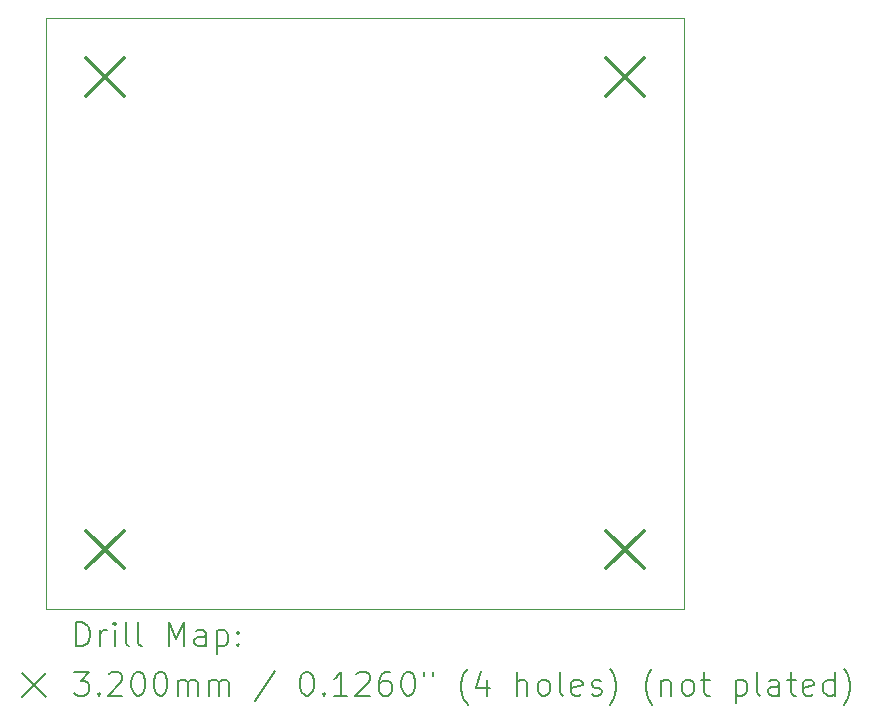
<source format=gbr>
%TF.GenerationSoftware,KiCad,Pcbnew,7.0.5*%
%TF.CreationDate,2024-08-02T13:19:41+02:00*%
%TF.ProjectId,NullModemAdapter,4e756c6c-4d6f-4646-956d-416461707465,rev?*%
%TF.SameCoordinates,Original*%
%TF.FileFunction,Drillmap*%
%TF.FilePolarity,Positive*%
%FSLAX45Y45*%
G04 Gerber Fmt 4.5, Leading zero omitted, Abs format (unit mm)*
G04 Created by KiCad (PCBNEW 7.0.5) date 2024-08-02 13:19:41*
%MOMM*%
%LPD*%
G01*
G04 APERTURE LIST*
%ADD10C,0.100000*%
%ADD11C,0.200000*%
%ADD12C,0.320000*%
G04 APERTURE END LIST*
D10*
X6000000Y-6000000D02*
X11400000Y-6000000D01*
X11400000Y-11000000D01*
X6000000Y-11000000D01*
X6000000Y-6000000D01*
D11*
D12*
X6340000Y-6340000D02*
X6660000Y-6660000D01*
X6660000Y-6340000D02*
X6340000Y-6660000D01*
X6340000Y-10340000D02*
X6660000Y-10660000D01*
X6660000Y-10340000D02*
X6340000Y-10660000D01*
X10740000Y-6340000D02*
X11060000Y-6660000D01*
X11060000Y-6340000D02*
X10740000Y-6660000D01*
X10740000Y-10340000D02*
X11060000Y-10660000D01*
X11060000Y-10340000D02*
X10740000Y-10660000D01*
D11*
X6255777Y-11316484D02*
X6255777Y-11116484D01*
X6255777Y-11116484D02*
X6303396Y-11116484D01*
X6303396Y-11116484D02*
X6331967Y-11126008D01*
X6331967Y-11126008D02*
X6351015Y-11145055D01*
X6351015Y-11145055D02*
X6360539Y-11164103D01*
X6360539Y-11164103D02*
X6370062Y-11202198D01*
X6370062Y-11202198D02*
X6370062Y-11230769D01*
X6370062Y-11230769D02*
X6360539Y-11268865D01*
X6360539Y-11268865D02*
X6351015Y-11287912D01*
X6351015Y-11287912D02*
X6331967Y-11306960D01*
X6331967Y-11306960D02*
X6303396Y-11316484D01*
X6303396Y-11316484D02*
X6255777Y-11316484D01*
X6455777Y-11316484D02*
X6455777Y-11183150D01*
X6455777Y-11221246D02*
X6465301Y-11202198D01*
X6465301Y-11202198D02*
X6474824Y-11192674D01*
X6474824Y-11192674D02*
X6493872Y-11183150D01*
X6493872Y-11183150D02*
X6512920Y-11183150D01*
X6579586Y-11316484D02*
X6579586Y-11183150D01*
X6579586Y-11116484D02*
X6570062Y-11126008D01*
X6570062Y-11126008D02*
X6579586Y-11135531D01*
X6579586Y-11135531D02*
X6589110Y-11126008D01*
X6589110Y-11126008D02*
X6579586Y-11116484D01*
X6579586Y-11116484D02*
X6579586Y-11135531D01*
X6703396Y-11316484D02*
X6684348Y-11306960D01*
X6684348Y-11306960D02*
X6674824Y-11287912D01*
X6674824Y-11287912D02*
X6674824Y-11116484D01*
X6808158Y-11316484D02*
X6789110Y-11306960D01*
X6789110Y-11306960D02*
X6779586Y-11287912D01*
X6779586Y-11287912D02*
X6779586Y-11116484D01*
X7036729Y-11316484D02*
X7036729Y-11116484D01*
X7036729Y-11116484D02*
X7103396Y-11259341D01*
X7103396Y-11259341D02*
X7170062Y-11116484D01*
X7170062Y-11116484D02*
X7170062Y-11316484D01*
X7351015Y-11316484D02*
X7351015Y-11211722D01*
X7351015Y-11211722D02*
X7341491Y-11192674D01*
X7341491Y-11192674D02*
X7322443Y-11183150D01*
X7322443Y-11183150D02*
X7284348Y-11183150D01*
X7284348Y-11183150D02*
X7265301Y-11192674D01*
X7351015Y-11306960D02*
X7331967Y-11316484D01*
X7331967Y-11316484D02*
X7284348Y-11316484D01*
X7284348Y-11316484D02*
X7265301Y-11306960D01*
X7265301Y-11306960D02*
X7255777Y-11287912D01*
X7255777Y-11287912D02*
X7255777Y-11268865D01*
X7255777Y-11268865D02*
X7265301Y-11249817D01*
X7265301Y-11249817D02*
X7284348Y-11240293D01*
X7284348Y-11240293D02*
X7331967Y-11240293D01*
X7331967Y-11240293D02*
X7351015Y-11230769D01*
X7446253Y-11183150D02*
X7446253Y-11383150D01*
X7446253Y-11192674D02*
X7465301Y-11183150D01*
X7465301Y-11183150D02*
X7503396Y-11183150D01*
X7503396Y-11183150D02*
X7522443Y-11192674D01*
X7522443Y-11192674D02*
X7531967Y-11202198D01*
X7531967Y-11202198D02*
X7541491Y-11221246D01*
X7541491Y-11221246D02*
X7541491Y-11278388D01*
X7541491Y-11278388D02*
X7531967Y-11297436D01*
X7531967Y-11297436D02*
X7522443Y-11306960D01*
X7522443Y-11306960D02*
X7503396Y-11316484D01*
X7503396Y-11316484D02*
X7465301Y-11316484D01*
X7465301Y-11316484D02*
X7446253Y-11306960D01*
X7627205Y-11297436D02*
X7636729Y-11306960D01*
X7636729Y-11306960D02*
X7627205Y-11316484D01*
X7627205Y-11316484D02*
X7617682Y-11306960D01*
X7617682Y-11306960D02*
X7627205Y-11297436D01*
X7627205Y-11297436D02*
X7627205Y-11316484D01*
X7627205Y-11192674D02*
X7636729Y-11202198D01*
X7636729Y-11202198D02*
X7627205Y-11211722D01*
X7627205Y-11211722D02*
X7617682Y-11202198D01*
X7617682Y-11202198D02*
X7627205Y-11192674D01*
X7627205Y-11192674D02*
X7627205Y-11211722D01*
X5795000Y-11545000D02*
X5995000Y-11745000D01*
X5995000Y-11545000D02*
X5795000Y-11745000D01*
X6236729Y-11536484D02*
X6360539Y-11536484D01*
X6360539Y-11536484D02*
X6293872Y-11612674D01*
X6293872Y-11612674D02*
X6322443Y-11612674D01*
X6322443Y-11612674D02*
X6341491Y-11622198D01*
X6341491Y-11622198D02*
X6351015Y-11631722D01*
X6351015Y-11631722D02*
X6360539Y-11650769D01*
X6360539Y-11650769D02*
X6360539Y-11698388D01*
X6360539Y-11698388D02*
X6351015Y-11717436D01*
X6351015Y-11717436D02*
X6341491Y-11726960D01*
X6341491Y-11726960D02*
X6322443Y-11736484D01*
X6322443Y-11736484D02*
X6265301Y-11736484D01*
X6265301Y-11736484D02*
X6246253Y-11726960D01*
X6246253Y-11726960D02*
X6236729Y-11717436D01*
X6446253Y-11717436D02*
X6455777Y-11726960D01*
X6455777Y-11726960D02*
X6446253Y-11736484D01*
X6446253Y-11736484D02*
X6436729Y-11726960D01*
X6436729Y-11726960D02*
X6446253Y-11717436D01*
X6446253Y-11717436D02*
X6446253Y-11736484D01*
X6531967Y-11555531D02*
X6541491Y-11546008D01*
X6541491Y-11546008D02*
X6560539Y-11536484D01*
X6560539Y-11536484D02*
X6608158Y-11536484D01*
X6608158Y-11536484D02*
X6627205Y-11546008D01*
X6627205Y-11546008D02*
X6636729Y-11555531D01*
X6636729Y-11555531D02*
X6646253Y-11574579D01*
X6646253Y-11574579D02*
X6646253Y-11593627D01*
X6646253Y-11593627D02*
X6636729Y-11622198D01*
X6636729Y-11622198D02*
X6522443Y-11736484D01*
X6522443Y-11736484D02*
X6646253Y-11736484D01*
X6770062Y-11536484D02*
X6789110Y-11536484D01*
X6789110Y-11536484D02*
X6808158Y-11546008D01*
X6808158Y-11546008D02*
X6817682Y-11555531D01*
X6817682Y-11555531D02*
X6827205Y-11574579D01*
X6827205Y-11574579D02*
X6836729Y-11612674D01*
X6836729Y-11612674D02*
X6836729Y-11660293D01*
X6836729Y-11660293D02*
X6827205Y-11698388D01*
X6827205Y-11698388D02*
X6817682Y-11717436D01*
X6817682Y-11717436D02*
X6808158Y-11726960D01*
X6808158Y-11726960D02*
X6789110Y-11736484D01*
X6789110Y-11736484D02*
X6770062Y-11736484D01*
X6770062Y-11736484D02*
X6751015Y-11726960D01*
X6751015Y-11726960D02*
X6741491Y-11717436D01*
X6741491Y-11717436D02*
X6731967Y-11698388D01*
X6731967Y-11698388D02*
X6722443Y-11660293D01*
X6722443Y-11660293D02*
X6722443Y-11612674D01*
X6722443Y-11612674D02*
X6731967Y-11574579D01*
X6731967Y-11574579D02*
X6741491Y-11555531D01*
X6741491Y-11555531D02*
X6751015Y-11546008D01*
X6751015Y-11546008D02*
X6770062Y-11536484D01*
X6960539Y-11536484D02*
X6979586Y-11536484D01*
X6979586Y-11536484D02*
X6998634Y-11546008D01*
X6998634Y-11546008D02*
X7008158Y-11555531D01*
X7008158Y-11555531D02*
X7017682Y-11574579D01*
X7017682Y-11574579D02*
X7027205Y-11612674D01*
X7027205Y-11612674D02*
X7027205Y-11660293D01*
X7027205Y-11660293D02*
X7017682Y-11698388D01*
X7017682Y-11698388D02*
X7008158Y-11717436D01*
X7008158Y-11717436D02*
X6998634Y-11726960D01*
X6998634Y-11726960D02*
X6979586Y-11736484D01*
X6979586Y-11736484D02*
X6960539Y-11736484D01*
X6960539Y-11736484D02*
X6941491Y-11726960D01*
X6941491Y-11726960D02*
X6931967Y-11717436D01*
X6931967Y-11717436D02*
X6922443Y-11698388D01*
X6922443Y-11698388D02*
X6912920Y-11660293D01*
X6912920Y-11660293D02*
X6912920Y-11612674D01*
X6912920Y-11612674D02*
X6922443Y-11574579D01*
X6922443Y-11574579D02*
X6931967Y-11555531D01*
X6931967Y-11555531D02*
X6941491Y-11546008D01*
X6941491Y-11546008D02*
X6960539Y-11536484D01*
X7112920Y-11736484D02*
X7112920Y-11603150D01*
X7112920Y-11622198D02*
X7122443Y-11612674D01*
X7122443Y-11612674D02*
X7141491Y-11603150D01*
X7141491Y-11603150D02*
X7170063Y-11603150D01*
X7170063Y-11603150D02*
X7189110Y-11612674D01*
X7189110Y-11612674D02*
X7198634Y-11631722D01*
X7198634Y-11631722D02*
X7198634Y-11736484D01*
X7198634Y-11631722D02*
X7208158Y-11612674D01*
X7208158Y-11612674D02*
X7227205Y-11603150D01*
X7227205Y-11603150D02*
X7255777Y-11603150D01*
X7255777Y-11603150D02*
X7274824Y-11612674D01*
X7274824Y-11612674D02*
X7284348Y-11631722D01*
X7284348Y-11631722D02*
X7284348Y-11736484D01*
X7379586Y-11736484D02*
X7379586Y-11603150D01*
X7379586Y-11622198D02*
X7389110Y-11612674D01*
X7389110Y-11612674D02*
X7408158Y-11603150D01*
X7408158Y-11603150D02*
X7436729Y-11603150D01*
X7436729Y-11603150D02*
X7455777Y-11612674D01*
X7455777Y-11612674D02*
X7465301Y-11631722D01*
X7465301Y-11631722D02*
X7465301Y-11736484D01*
X7465301Y-11631722D02*
X7474824Y-11612674D01*
X7474824Y-11612674D02*
X7493872Y-11603150D01*
X7493872Y-11603150D02*
X7522443Y-11603150D01*
X7522443Y-11603150D02*
X7541491Y-11612674D01*
X7541491Y-11612674D02*
X7551015Y-11631722D01*
X7551015Y-11631722D02*
X7551015Y-11736484D01*
X7941491Y-11526960D02*
X7770063Y-11784103D01*
X8198634Y-11536484D02*
X8217682Y-11536484D01*
X8217682Y-11536484D02*
X8236729Y-11546008D01*
X8236729Y-11546008D02*
X8246253Y-11555531D01*
X8246253Y-11555531D02*
X8255777Y-11574579D01*
X8255777Y-11574579D02*
X8265301Y-11612674D01*
X8265301Y-11612674D02*
X8265301Y-11660293D01*
X8265301Y-11660293D02*
X8255777Y-11698388D01*
X8255777Y-11698388D02*
X8246253Y-11717436D01*
X8246253Y-11717436D02*
X8236729Y-11726960D01*
X8236729Y-11726960D02*
X8217682Y-11736484D01*
X8217682Y-11736484D02*
X8198634Y-11736484D01*
X8198634Y-11736484D02*
X8179586Y-11726960D01*
X8179586Y-11726960D02*
X8170063Y-11717436D01*
X8170063Y-11717436D02*
X8160539Y-11698388D01*
X8160539Y-11698388D02*
X8151015Y-11660293D01*
X8151015Y-11660293D02*
X8151015Y-11612674D01*
X8151015Y-11612674D02*
X8160539Y-11574579D01*
X8160539Y-11574579D02*
X8170063Y-11555531D01*
X8170063Y-11555531D02*
X8179586Y-11546008D01*
X8179586Y-11546008D02*
X8198634Y-11536484D01*
X8351015Y-11717436D02*
X8360539Y-11726960D01*
X8360539Y-11726960D02*
X8351015Y-11736484D01*
X8351015Y-11736484D02*
X8341491Y-11726960D01*
X8341491Y-11726960D02*
X8351015Y-11717436D01*
X8351015Y-11717436D02*
X8351015Y-11736484D01*
X8551015Y-11736484D02*
X8436729Y-11736484D01*
X8493872Y-11736484D02*
X8493872Y-11536484D01*
X8493872Y-11536484D02*
X8474825Y-11565055D01*
X8474825Y-11565055D02*
X8455777Y-11584103D01*
X8455777Y-11584103D02*
X8436729Y-11593627D01*
X8627206Y-11555531D02*
X8636729Y-11546008D01*
X8636729Y-11546008D02*
X8655777Y-11536484D01*
X8655777Y-11536484D02*
X8703396Y-11536484D01*
X8703396Y-11536484D02*
X8722444Y-11546008D01*
X8722444Y-11546008D02*
X8731968Y-11555531D01*
X8731968Y-11555531D02*
X8741491Y-11574579D01*
X8741491Y-11574579D02*
X8741491Y-11593627D01*
X8741491Y-11593627D02*
X8731968Y-11622198D01*
X8731968Y-11622198D02*
X8617682Y-11736484D01*
X8617682Y-11736484D02*
X8741491Y-11736484D01*
X8912920Y-11536484D02*
X8874825Y-11536484D01*
X8874825Y-11536484D02*
X8855777Y-11546008D01*
X8855777Y-11546008D02*
X8846253Y-11555531D01*
X8846253Y-11555531D02*
X8827206Y-11584103D01*
X8827206Y-11584103D02*
X8817682Y-11622198D01*
X8817682Y-11622198D02*
X8817682Y-11698388D01*
X8817682Y-11698388D02*
X8827206Y-11717436D01*
X8827206Y-11717436D02*
X8836729Y-11726960D01*
X8836729Y-11726960D02*
X8855777Y-11736484D01*
X8855777Y-11736484D02*
X8893872Y-11736484D01*
X8893872Y-11736484D02*
X8912920Y-11726960D01*
X8912920Y-11726960D02*
X8922444Y-11717436D01*
X8922444Y-11717436D02*
X8931968Y-11698388D01*
X8931968Y-11698388D02*
X8931968Y-11650769D01*
X8931968Y-11650769D02*
X8922444Y-11631722D01*
X8922444Y-11631722D02*
X8912920Y-11622198D01*
X8912920Y-11622198D02*
X8893872Y-11612674D01*
X8893872Y-11612674D02*
X8855777Y-11612674D01*
X8855777Y-11612674D02*
X8836729Y-11622198D01*
X8836729Y-11622198D02*
X8827206Y-11631722D01*
X8827206Y-11631722D02*
X8817682Y-11650769D01*
X9055777Y-11536484D02*
X9074825Y-11536484D01*
X9074825Y-11536484D02*
X9093872Y-11546008D01*
X9093872Y-11546008D02*
X9103396Y-11555531D01*
X9103396Y-11555531D02*
X9112920Y-11574579D01*
X9112920Y-11574579D02*
X9122444Y-11612674D01*
X9122444Y-11612674D02*
X9122444Y-11660293D01*
X9122444Y-11660293D02*
X9112920Y-11698388D01*
X9112920Y-11698388D02*
X9103396Y-11717436D01*
X9103396Y-11717436D02*
X9093872Y-11726960D01*
X9093872Y-11726960D02*
X9074825Y-11736484D01*
X9074825Y-11736484D02*
X9055777Y-11736484D01*
X9055777Y-11736484D02*
X9036729Y-11726960D01*
X9036729Y-11726960D02*
X9027206Y-11717436D01*
X9027206Y-11717436D02*
X9017682Y-11698388D01*
X9017682Y-11698388D02*
X9008158Y-11660293D01*
X9008158Y-11660293D02*
X9008158Y-11612674D01*
X9008158Y-11612674D02*
X9017682Y-11574579D01*
X9017682Y-11574579D02*
X9027206Y-11555531D01*
X9027206Y-11555531D02*
X9036729Y-11546008D01*
X9036729Y-11546008D02*
X9055777Y-11536484D01*
X9198634Y-11536484D02*
X9198634Y-11574579D01*
X9274825Y-11536484D02*
X9274825Y-11574579D01*
X9570063Y-11812674D02*
X9560539Y-11803150D01*
X9560539Y-11803150D02*
X9541491Y-11774579D01*
X9541491Y-11774579D02*
X9531968Y-11755531D01*
X9531968Y-11755531D02*
X9522444Y-11726960D01*
X9522444Y-11726960D02*
X9512920Y-11679341D01*
X9512920Y-11679341D02*
X9512920Y-11641246D01*
X9512920Y-11641246D02*
X9522444Y-11593627D01*
X9522444Y-11593627D02*
X9531968Y-11565055D01*
X9531968Y-11565055D02*
X9541491Y-11546008D01*
X9541491Y-11546008D02*
X9560539Y-11517436D01*
X9560539Y-11517436D02*
X9570063Y-11507912D01*
X9731968Y-11603150D02*
X9731968Y-11736484D01*
X9684349Y-11526960D02*
X9636730Y-11669817D01*
X9636730Y-11669817D02*
X9760539Y-11669817D01*
X9989111Y-11736484D02*
X9989111Y-11536484D01*
X10074825Y-11736484D02*
X10074825Y-11631722D01*
X10074825Y-11631722D02*
X10065301Y-11612674D01*
X10065301Y-11612674D02*
X10046253Y-11603150D01*
X10046253Y-11603150D02*
X10017682Y-11603150D01*
X10017682Y-11603150D02*
X9998634Y-11612674D01*
X9998634Y-11612674D02*
X9989111Y-11622198D01*
X10198634Y-11736484D02*
X10179587Y-11726960D01*
X10179587Y-11726960D02*
X10170063Y-11717436D01*
X10170063Y-11717436D02*
X10160539Y-11698388D01*
X10160539Y-11698388D02*
X10160539Y-11641246D01*
X10160539Y-11641246D02*
X10170063Y-11622198D01*
X10170063Y-11622198D02*
X10179587Y-11612674D01*
X10179587Y-11612674D02*
X10198634Y-11603150D01*
X10198634Y-11603150D02*
X10227206Y-11603150D01*
X10227206Y-11603150D02*
X10246253Y-11612674D01*
X10246253Y-11612674D02*
X10255777Y-11622198D01*
X10255777Y-11622198D02*
X10265301Y-11641246D01*
X10265301Y-11641246D02*
X10265301Y-11698388D01*
X10265301Y-11698388D02*
X10255777Y-11717436D01*
X10255777Y-11717436D02*
X10246253Y-11726960D01*
X10246253Y-11726960D02*
X10227206Y-11736484D01*
X10227206Y-11736484D02*
X10198634Y-11736484D01*
X10379587Y-11736484D02*
X10360539Y-11726960D01*
X10360539Y-11726960D02*
X10351015Y-11707912D01*
X10351015Y-11707912D02*
X10351015Y-11536484D01*
X10531968Y-11726960D02*
X10512920Y-11736484D01*
X10512920Y-11736484D02*
X10474825Y-11736484D01*
X10474825Y-11736484D02*
X10455777Y-11726960D01*
X10455777Y-11726960D02*
X10446253Y-11707912D01*
X10446253Y-11707912D02*
X10446253Y-11631722D01*
X10446253Y-11631722D02*
X10455777Y-11612674D01*
X10455777Y-11612674D02*
X10474825Y-11603150D01*
X10474825Y-11603150D02*
X10512920Y-11603150D01*
X10512920Y-11603150D02*
X10531968Y-11612674D01*
X10531968Y-11612674D02*
X10541492Y-11631722D01*
X10541492Y-11631722D02*
X10541492Y-11650769D01*
X10541492Y-11650769D02*
X10446253Y-11669817D01*
X10617682Y-11726960D02*
X10636730Y-11736484D01*
X10636730Y-11736484D02*
X10674825Y-11736484D01*
X10674825Y-11736484D02*
X10693873Y-11726960D01*
X10693873Y-11726960D02*
X10703396Y-11707912D01*
X10703396Y-11707912D02*
X10703396Y-11698388D01*
X10703396Y-11698388D02*
X10693873Y-11679341D01*
X10693873Y-11679341D02*
X10674825Y-11669817D01*
X10674825Y-11669817D02*
X10646253Y-11669817D01*
X10646253Y-11669817D02*
X10627206Y-11660293D01*
X10627206Y-11660293D02*
X10617682Y-11641246D01*
X10617682Y-11641246D02*
X10617682Y-11631722D01*
X10617682Y-11631722D02*
X10627206Y-11612674D01*
X10627206Y-11612674D02*
X10646253Y-11603150D01*
X10646253Y-11603150D02*
X10674825Y-11603150D01*
X10674825Y-11603150D02*
X10693873Y-11612674D01*
X10770063Y-11812674D02*
X10779587Y-11803150D01*
X10779587Y-11803150D02*
X10798634Y-11774579D01*
X10798634Y-11774579D02*
X10808158Y-11755531D01*
X10808158Y-11755531D02*
X10817682Y-11726960D01*
X10817682Y-11726960D02*
X10827206Y-11679341D01*
X10827206Y-11679341D02*
X10827206Y-11641246D01*
X10827206Y-11641246D02*
X10817682Y-11593627D01*
X10817682Y-11593627D02*
X10808158Y-11565055D01*
X10808158Y-11565055D02*
X10798634Y-11546008D01*
X10798634Y-11546008D02*
X10779587Y-11517436D01*
X10779587Y-11517436D02*
X10770063Y-11507912D01*
X11131968Y-11812674D02*
X11122444Y-11803150D01*
X11122444Y-11803150D02*
X11103396Y-11774579D01*
X11103396Y-11774579D02*
X11093873Y-11755531D01*
X11093873Y-11755531D02*
X11084349Y-11726960D01*
X11084349Y-11726960D02*
X11074825Y-11679341D01*
X11074825Y-11679341D02*
X11074825Y-11641246D01*
X11074825Y-11641246D02*
X11084349Y-11593627D01*
X11084349Y-11593627D02*
X11093873Y-11565055D01*
X11093873Y-11565055D02*
X11103396Y-11546008D01*
X11103396Y-11546008D02*
X11122444Y-11517436D01*
X11122444Y-11517436D02*
X11131968Y-11507912D01*
X11208158Y-11603150D02*
X11208158Y-11736484D01*
X11208158Y-11622198D02*
X11217682Y-11612674D01*
X11217682Y-11612674D02*
X11236730Y-11603150D01*
X11236730Y-11603150D02*
X11265301Y-11603150D01*
X11265301Y-11603150D02*
X11284349Y-11612674D01*
X11284349Y-11612674D02*
X11293872Y-11631722D01*
X11293872Y-11631722D02*
X11293872Y-11736484D01*
X11417682Y-11736484D02*
X11398634Y-11726960D01*
X11398634Y-11726960D02*
X11389111Y-11717436D01*
X11389111Y-11717436D02*
X11379587Y-11698388D01*
X11379587Y-11698388D02*
X11379587Y-11641246D01*
X11379587Y-11641246D02*
X11389111Y-11622198D01*
X11389111Y-11622198D02*
X11398634Y-11612674D01*
X11398634Y-11612674D02*
X11417682Y-11603150D01*
X11417682Y-11603150D02*
X11446253Y-11603150D01*
X11446253Y-11603150D02*
X11465301Y-11612674D01*
X11465301Y-11612674D02*
X11474825Y-11622198D01*
X11474825Y-11622198D02*
X11484349Y-11641246D01*
X11484349Y-11641246D02*
X11484349Y-11698388D01*
X11484349Y-11698388D02*
X11474825Y-11717436D01*
X11474825Y-11717436D02*
X11465301Y-11726960D01*
X11465301Y-11726960D02*
X11446253Y-11736484D01*
X11446253Y-11736484D02*
X11417682Y-11736484D01*
X11541492Y-11603150D02*
X11617682Y-11603150D01*
X11570063Y-11536484D02*
X11570063Y-11707912D01*
X11570063Y-11707912D02*
X11579587Y-11726960D01*
X11579587Y-11726960D02*
X11598634Y-11736484D01*
X11598634Y-11736484D02*
X11617682Y-11736484D01*
X11836730Y-11603150D02*
X11836730Y-11803150D01*
X11836730Y-11612674D02*
X11855777Y-11603150D01*
X11855777Y-11603150D02*
X11893873Y-11603150D01*
X11893873Y-11603150D02*
X11912920Y-11612674D01*
X11912920Y-11612674D02*
X11922444Y-11622198D01*
X11922444Y-11622198D02*
X11931968Y-11641246D01*
X11931968Y-11641246D02*
X11931968Y-11698388D01*
X11931968Y-11698388D02*
X11922444Y-11717436D01*
X11922444Y-11717436D02*
X11912920Y-11726960D01*
X11912920Y-11726960D02*
X11893873Y-11736484D01*
X11893873Y-11736484D02*
X11855777Y-11736484D01*
X11855777Y-11736484D02*
X11836730Y-11726960D01*
X12046253Y-11736484D02*
X12027206Y-11726960D01*
X12027206Y-11726960D02*
X12017682Y-11707912D01*
X12017682Y-11707912D02*
X12017682Y-11536484D01*
X12208158Y-11736484D02*
X12208158Y-11631722D01*
X12208158Y-11631722D02*
X12198634Y-11612674D01*
X12198634Y-11612674D02*
X12179587Y-11603150D01*
X12179587Y-11603150D02*
X12141492Y-11603150D01*
X12141492Y-11603150D02*
X12122444Y-11612674D01*
X12208158Y-11726960D02*
X12189111Y-11736484D01*
X12189111Y-11736484D02*
X12141492Y-11736484D01*
X12141492Y-11736484D02*
X12122444Y-11726960D01*
X12122444Y-11726960D02*
X12112920Y-11707912D01*
X12112920Y-11707912D02*
X12112920Y-11688865D01*
X12112920Y-11688865D02*
X12122444Y-11669817D01*
X12122444Y-11669817D02*
X12141492Y-11660293D01*
X12141492Y-11660293D02*
X12189111Y-11660293D01*
X12189111Y-11660293D02*
X12208158Y-11650769D01*
X12274825Y-11603150D02*
X12351015Y-11603150D01*
X12303396Y-11536484D02*
X12303396Y-11707912D01*
X12303396Y-11707912D02*
X12312920Y-11726960D01*
X12312920Y-11726960D02*
X12331968Y-11736484D01*
X12331968Y-11736484D02*
X12351015Y-11736484D01*
X12493873Y-11726960D02*
X12474825Y-11736484D01*
X12474825Y-11736484D02*
X12436730Y-11736484D01*
X12436730Y-11736484D02*
X12417682Y-11726960D01*
X12417682Y-11726960D02*
X12408158Y-11707912D01*
X12408158Y-11707912D02*
X12408158Y-11631722D01*
X12408158Y-11631722D02*
X12417682Y-11612674D01*
X12417682Y-11612674D02*
X12436730Y-11603150D01*
X12436730Y-11603150D02*
X12474825Y-11603150D01*
X12474825Y-11603150D02*
X12493873Y-11612674D01*
X12493873Y-11612674D02*
X12503396Y-11631722D01*
X12503396Y-11631722D02*
X12503396Y-11650769D01*
X12503396Y-11650769D02*
X12408158Y-11669817D01*
X12674825Y-11736484D02*
X12674825Y-11536484D01*
X12674825Y-11726960D02*
X12655777Y-11736484D01*
X12655777Y-11736484D02*
X12617682Y-11736484D01*
X12617682Y-11736484D02*
X12598634Y-11726960D01*
X12598634Y-11726960D02*
X12589111Y-11717436D01*
X12589111Y-11717436D02*
X12579587Y-11698388D01*
X12579587Y-11698388D02*
X12579587Y-11641246D01*
X12579587Y-11641246D02*
X12589111Y-11622198D01*
X12589111Y-11622198D02*
X12598634Y-11612674D01*
X12598634Y-11612674D02*
X12617682Y-11603150D01*
X12617682Y-11603150D02*
X12655777Y-11603150D01*
X12655777Y-11603150D02*
X12674825Y-11612674D01*
X12751015Y-11812674D02*
X12760539Y-11803150D01*
X12760539Y-11803150D02*
X12779587Y-11774579D01*
X12779587Y-11774579D02*
X12789111Y-11755531D01*
X12789111Y-11755531D02*
X12798634Y-11726960D01*
X12798634Y-11726960D02*
X12808158Y-11679341D01*
X12808158Y-11679341D02*
X12808158Y-11641246D01*
X12808158Y-11641246D02*
X12798634Y-11593627D01*
X12798634Y-11593627D02*
X12789111Y-11565055D01*
X12789111Y-11565055D02*
X12779587Y-11546008D01*
X12779587Y-11546008D02*
X12760539Y-11517436D01*
X12760539Y-11517436D02*
X12751015Y-11507912D01*
M02*

</source>
